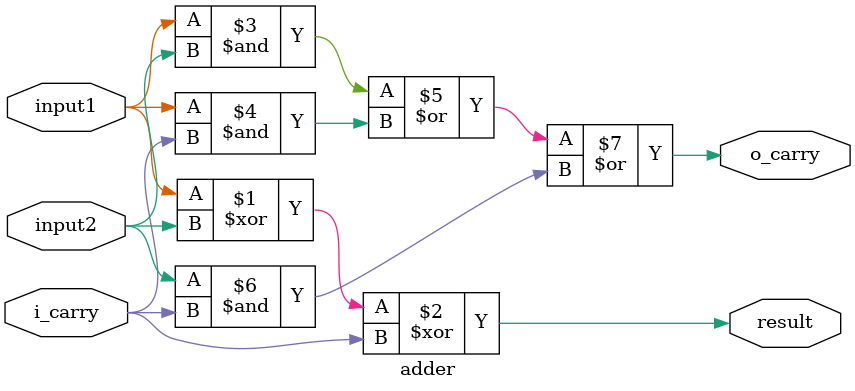
<source format=v>
module adder(
	input input1, 
	input input2, 
	input i_carry, 
	output result, 
	output o_carry);
	
	assign result = input1 ^ input2 ^ i_carry;
	assign o_carry = (input1 & input2) | (input1 & i_carry) | (input2 & i_carry);

endmodule 
</source>
